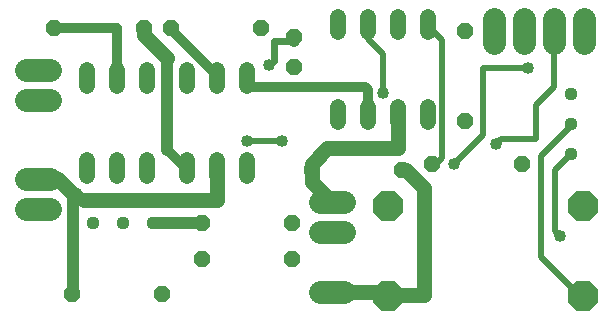
<source format=gbr>
G04 EAGLE Gerber RS-274X export*
G75*
%MOMM*%
%FSLAX34Y34*%
%LPD*%
%INTop Copper*%
%IPPOS*%
%AMOC8*
5,1,8,0,0,1.08239X$1,22.5*%
G01*
%ADD10P,1.429621X8X202.500000*%
%ADD11C,1.320800*%
%ADD12C,1.981200*%
%ADD13P,2.749271X8X292.500000*%
%ADD14P,1.429621X8X292.500000*%
%ADD15P,1.429621X8X22.500000*%
%ADD16C,1.117600*%
%ADD17C,0.812800*%
%ADD18C,1.270000*%
%ADD19C,0.508000*%
%ADD20C,1.016000*%
%ADD21C,0.609600*%
%ADD22C,1.016000*%


D10*
X351361Y140430D03*
X275161Y140430D03*
X258100Y95000D03*
X181900Y95000D03*
X232100Y260000D03*
X155900Y260000D03*
D11*
X220400Y224704D02*
X220400Y211496D01*
X195000Y211496D02*
X195000Y224704D01*
X195000Y148504D02*
X195000Y135296D01*
X220400Y135296D02*
X220400Y148504D01*
X169600Y211496D02*
X169600Y224704D01*
X169600Y148504D02*
X169600Y135296D01*
D12*
X53106Y106600D02*
X33294Y106600D01*
X33294Y224800D02*
X53106Y224800D01*
D13*
X504314Y109427D03*
X504314Y33227D03*
X339214Y109427D03*
X339214Y33227D03*
D12*
X302106Y36600D02*
X282294Y36600D01*
X282294Y87400D02*
X302106Y87400D01*
D10*
X133100Y260000D03*
X56900Y260000D03*
D11*
X135400Y224704D02*
X135400Y211496D01*
X110000Y211496D02*
X110000Y224704D01*
X110000Y148504D02*
X110000Y135296D01*
X135400Y135296D02*
X135400Y148504D01*
X84600Y211496D02*
X84600Y224704D01*
X84600Y148504D02*
X84600Y135296D01*
D12*
X53106Y199400D02*
X33294Y199400D01*
D14*
X405000Y258100D03*
X405000Y181900D03*
D15*
X376900Y145000D03*
X453100Y145000D03*
D16*
X494500Y153600D03*
X494500Y179000D03*
X494500Y204400D03*
X140400Y95000D03*
X115000Y95000D03*
X89600Y95000D03*
D12*
X429600Y247794D02*
X429600Y267606D01*
X302106Y112800D02*
X282294Y112800D01*
D14*
X260000Y252700D03*
X260000Y227300D03*
D10*
X258100Y65000D03*
X181900Y65000D03*
D15*
X71900Y35000D03*
X148100Y35000D03*
D11*
X296900Y180296D02*
X296900Y193504D01*
X322300Y193504D02*
X322300Y180296D01*
X347700Y180296D02*
X347700Y193504D01*
X373100Y193504D02*
X373100Y180296D01*
X373100Y256496D02*
X373100Y269704D01*
X347700Y269704D02*
X347700Y256496D01*
X322300Y256496D02*
X322300Y269704D01*
X296900Y269704D02*
X296900Y256496D01*
D12*
X53106Y132800D02*
X33294Y132800D01*
X455000Y247794D02*
X455000Y267606D01*
X480400Y267606D02*
X480400Y247794D01*
X505400Y247794D02*
X505400Y267606D01*
D17*
X322300Y207587D02*
X322300Y186900D01*
X322300Y207587D02*
X319943Y209944D01*
X221056Y209944D02*
X220400Y210600D01*
X220400Y218100D01*
X221056Y209944D02*
X319943Y209944D01*
D18*
X347700Y158342D02*
X288073Y158342D01*
X275161Y145430D01*
X275161Y140430D01*
X347700Y158342D02*
X347700Y186900D01*
X275000Y130000D02*
X292200Y112800D01*
X275000Y130000D02*
X275000Y135000D01*
D19*
X275161Y140430D01*
D18*
X354570Y140430D02*
X370000Y125000D01*
D17*
X354570Y140430D02*
X351361Y140430D01*
D18*
X370000Y125000D02*
X370000Y34014D01*
X337841Y36600D02*
X292200Y36600D01*
X340000Y34014D02*
X370000Y34014D01*
D19*
X340000Y40000D02*
X337841Y36600D01*
X339214Y33227D02*
X340000Y40000D01*
X340000Y34014D01*
D17*
X165000Y145000D02*
X152662Y157338D01*
D20*
X152662Y234668D01*
D18*
X133100Y254229D01*
D17*
X133100Y260000D01*
D19*
X165000Y145000D02*
X169600Y141900D01*
D17*
X110000Y260000D02*
X56900Y260000D01*
X110000Y260000D02*
X110000Y218100D01*
D19*
X494500Y179000D02*
X494500Y177500D01*
X469000Y152000D01*
X469000Y66000D01*
X500000Y35000D01*
X504314Y33227D01*
D21*
X260000Y249614D02*
X242645Y249614D01*
X242645Y232645D02*
X239000Y229000D01*
X242645Y232645D02*
X242645Y249614D01*
D20*
X260000Y249614D02*
X260000Y252700D01*
D22*
X239000Y229000D03*
D19*
X481000Y140000D02*
X494512Y153512D01*
X481000Y140000D02*
X481000Y88000D01*
X485000Y84000D01*
X494512Y153512D02*
X494500Y153600D01*
D22*
X485000Y84000D03*
D20*
X181900Y95000D02*
X140400Y95000D01*
D19*
X181900Y65000D02*
X185000Y65000D01*
X420000Y226000D02*
X458000Y226000D01*
X420000Y226000D02*
X420000Y170000D01*
X395000Y145000D01*
D22*
X458000Y226000D03*
X395000Y145000D03*
D18*
X59787Y132800D02*
X43200Y132800D01*
D17*
X75163Y120163D02*
X80163Y115163D01*
D18*
X73793Y118793D02*
X59787Y132800D01*
X82385Y114941D02*
X195000Y114941D01*
X195000Y141900D01*
D20*
X73000Y118000D02*
X73000Y35000D01*
D19*
X71900Y35000D01*
X73000Y118000D02*
X73793Y118793D01*
X76933Y121933D01*
X82385Y114941D01*
D17*
X195000Y220000D02*
X155900Y259100D01*
D19*
X195000Y220000D02*
X195000Y218100D01*
X155900Y259100D02*
X155900Y260000D01*
X380000Y145000D02*
X385000Y150000D01*
X385000Y250000D01*
X375000Y260000D01*
X376900Y145000D02*
X380000Y145000D01*
X375000Y260000D02*
X373100Y263100D01*
X335000Y238519D02*
X322300Y251219D01*
X335000Y238519D02*
X335000Y205000D01*
X435000Y166000D02*
X465000Y166000D01*
X435000Y166000D02*
X431000Y162000D01*
X465000Y166000D02*
X465000Y195000D01*
X480000Y210000D01*
X480000Y255000D01*
X322300Y251219D02*
X322300Y263100D01*
X480000Y255000D02*
X480400Y257700D01*
D22*
X335000Y205000D03*
X431000Y162000D03*
D19*
X250000Y165000D02*
X220000Y165000D01*
D22*
X220000Y165000D03*
X250000Y165000D03*
M02*

</source>
